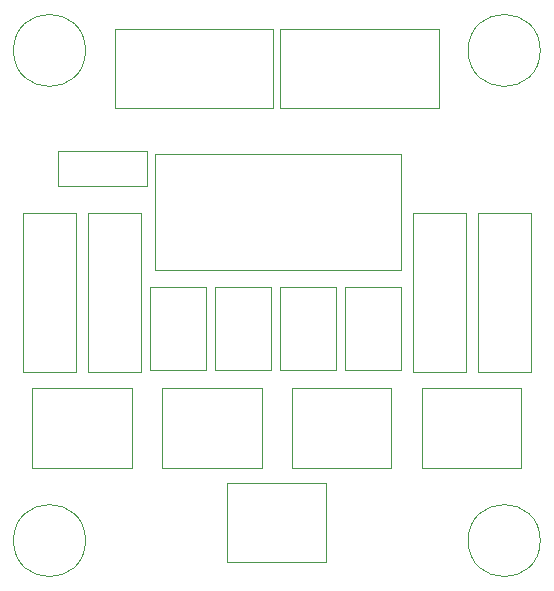
<source format=gbr>
G04 #@! TF.GenerationSoftware,KiCad,Pcbnew,5.1.6-c6e7f7d~87~ubuntu20.04.1*
G04 #@! TF.CreationDate,2020-08-21T14:36:32+01:00*
G04 #@! TF.ProjectId,4_switch_array,345f7377-6974-4636-985f-61727261792e,rev?*
G04 #@! TF.SameCoordinates,Original*
G04 #@! TF.FileFunction,Other,User*
%FSLAX46Y46*%
G04 Gerber Fmt 4.6, Leading zero omitted, Abs format (unit mm)*
G04 Created by KiCad (PCBNEW 5.1.6-c6e7f7d~87~ubuntu20.04.1) date 2020-08-21 14:36:32*
%MOMM*%
%LPD*%
G01*
G04 APERTURE LIST*
%ADD10C,0.050000*%
G04 APERTURE END LIST*
D10*
X136450000Y-55600000D02*
X157300000Y-55600000D01*
X157300000Y-55600000D02*
X157300000Y-45800000D01*
X157300000Y-45800000D02*
X136450000Y-45800000D01*
X136450000Y-45800000D02*
X136450000Y-55600000D01*
X159050000Y-72350000D02*
X167450000Y-72350000D01*
X159050000Y-65600000D02*
X159050000Y-72350000D01*
X167450000Y-65600000D02*
X159050000Y-65600000D01*
X167450000Y-72350000D02*
X167450000Y-65600000D01*
X135750000Y-48500000D02*
X135750000Y-45500000D01*
X135750000Y-45500000D02*
X128250000Y-45500000D01*
X128250000Y-45500000D02*
X128250000Y-48500000D01*
X128250000Y-48500000D02*
X135750000Y-48500000D01*
X169050000Y-37000000D02*
G75*
G03*
X169050000Y-37000000I-3050000J0D01*
G01*
X169050000Y-78500000D02*
G75*
G03*
X169050000Y-78500000I-3050000J0D01*
G01*
X130550000Y-78500000D02*
G75*
G03*
X130550000Y-78500000I-3050000J0D01*
G01*
X130550000Y-37000000D02*
G75*
G03*
X130550000Y-37000000I-3050000J0D01*
G01*
X129750000Y-64250000D02*
X129750000Y-50750000D01*
X125250000Y-64250000D02*
X129750000Y-64250000D01*
X125250000Y-50750000D02*
X125250000Y-64250000D01*
X129750000Y-50750000D02*
X125250000Y-50750000D01*
X162750000Y-64250000D02*
X162750000Y-50750000D01*
X158250000Y-64250000D02*
X162750000Y-64250000D01*
X158250000Y-50750000D02*
X158250000Y-64250000D01*
X162750000Y-50750000D02*
X158250000Y-50750000D01*
X135250000Y-64250000D02*
X135250000Y-50750000D01*
X130750000Y-64250000D02*
X135250000Y-64250000D01*
X130750000Y-50750000D02*
X130750000Y-64250000D01*
X135250000Y-50750000D02*
X130750000Y-50750000D01*
X168250000Y-64250000D02*
X168250000Y-50750000D01*
X163750000Y-64250000D02*
X168250000Y-64250000D01*
X163750000Y-50750000D02*
X163750000Y-64250000D01*
X168250000Y-50750000D02*
X163750000Y-50750000D01*
X141490000Y-64090000D02*
X141490000Y-56990000D01*
X141490000Y-64090000D02*
X146230000Y-64090000D01*
X146230000Y-56990000D02*
X141490000Y-56990000D01*
X146230000Y-56990000D02*
X146230000Y-64090000D01*
X152490000Y-64090000D02*
X152490000Y-56990000D01*
X152490000Y-64090000D02*
X157230000Y-64090000D01*
X157230000Y-56990000D02*
X152490000Y-56990000D01*
X157230000Y-56990000D02*
X157230000Y-64090000D01*
X135990000Y-64090000D02*
X135990000Y-56990000D01*
X135990000Y-64090000D02*
X140730000Y-64090000D01*
X140730000Y-56990000D02*
X135990000Y-56990000D01*
X140730000Y-56990000D02*
X140730000Y-64090000D01*
X146990000Y-64090000D02*
X146990000Y-56990000D01*
X146990000Y-64090000D02*
X151730000Y-64090000D01*
X151730000Y-56990000D02*
X146990000Y-56990000D01*
X151730000Y-56990000D02*
X151730000Y-64090000D01*
X150950000Y-80350000D02*
X150950000Y-73600000D01*
X150950000Y-73600000D02*
X142550000Y-73600000D01*
X142550000Y-73600000D02*
X142550000Y-80350000D01*
X142550000Y-80350000D02*
X150950000Y-80350000D01*
X137050000Y-72350000D02*
X145450000Y-72350000D01*
X137050000Y-65600000D02*
X137050000Y-72350000D01*
X145450000Y-65600000D02*
X137050000Y-65600000D01*
X145450000Y-72350000D02*
X145450000Y-65600000D01*
X148050000Y-72350000D02*
X156450000Y-72350000D01*
X148050000Y-65600000D02*
X148050000Y-72350000D01*
X156450000Y-65600000D02*
X148050000Y-65600000D01*
X156450000Y-72350000D02*
X156450000Y-65600000D01*
X126050000Y-72350000D02*
X134450000Y-72350000D01*
X126050000Y-65600000D02*
X126050000Y-72350000D01*
X134450000Y-65600000D02*
X126050000Y-65600000D01*
X134450000Y-72350000D02*
X134450000Y-65600000D01*
X147050000Y-35150000D02*
X147050000Y-41900000D01*
X147050000Y-41900000D02*
X160450000Y-41900000D01*
X160450000Y-41900000D02*
X160450000Y-35150000D01*
X160450000Y-35150000D02*
X147050000Y-35150000D01*
X133050000Y-35150000D02*
X133050000Y-41900000D01*
X133050000Y-41900000D02*
X146450000Y-41900000D01*
X146450000Y-41900000D02*
X146450000Y-35150000D01*
X146450000Y-35150000D02*
X133050000Y-35150000D01*
M02*

</source>
